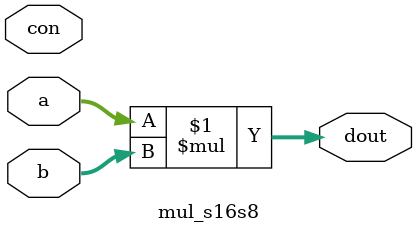
<source format=v>

module mul_s16s8 (
	a, b, dout, con
);
	input signed [15:0] a;
	input signed [7:0] b;
	output signed [23:0] dout;
	input con;

	// -> t« s16 x s8 = 24 rbgæZ
	assign dout = a * b;

endmodule

</source>
